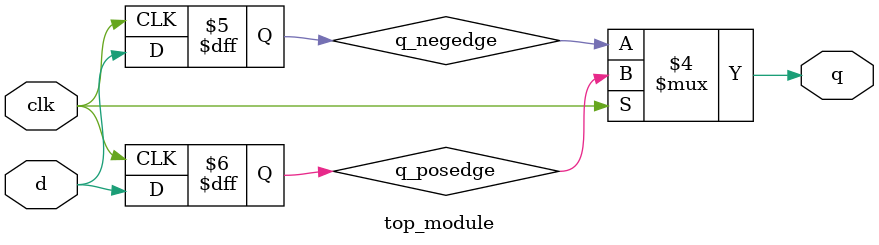
<source format=sv>
module top_module(
    input clk,
    input d,
    output reg q);

    reg q_posedge, q_negedge;

    always @(posedge clk) begin
        q_posedge <= d;
    end

    always @(negedge clk) begin
        q_negedge <= d;
    end

    always @(*) begin
        q = (clk) ? q_posedge : q_negedge;
    end
endmodule

</source>
